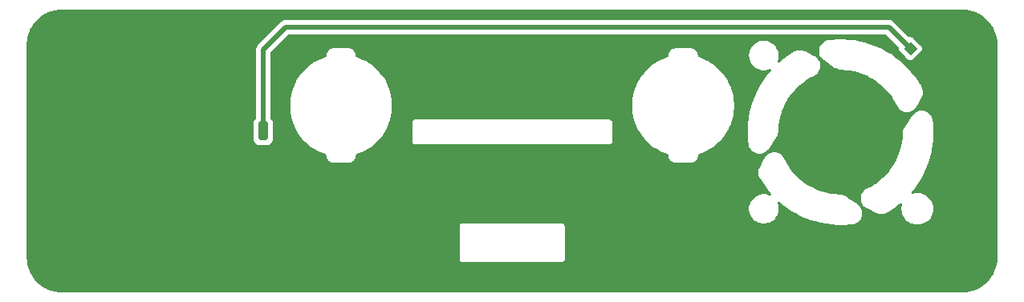
<source format=gbr>
%TF.GenerationSoftware,KiCad,Pcbnew,9.0.0*%
%TF.CreationDate,2025-05-19T23:18:48-04:00*%
%TF.ProjectId,TS_Back_Endcap,54535f42-6163-46b5-9f45-6e646361702e,rev?*%
%TF.SameCoordinates,Original*%
%TF.FileFunction,Copper,L2,Bot*%
%TF.FilePolarity,Positive*%
%FSLAX46Y46*%
G04 Gerber Fmt 4.6, Leading zero omitted, Abs format (unit mm)*
G04 Created by KiCad (PCBNEW 9.0.0) date 2025-05-19 23:18:48*
%MOMM*%
%LPD*%
G01*
G04 APERTURE LIST*
G04 Aperture macros list*
%AMRoundRect*
0 Rectangle with rounded corners*
0 $1 Rounding radius*
0 $2 $3 $4 $5 $6 $7 $8 $9 X,Y pos of 4 corners*
0 Add a 4 corners polygon primitive as box body*
4,1,4,$2,$3,$4,$5,$6,$7,$8,$9,$2,$3,0*
0 Add four circle primitives for the rounded corners*
1,1,$1+$1,$2,$3*
1,1,$1+$1,$4,$5*
1,1,$1+$1,$6,$7*
1,1,$1+$1,$8,$9*
0 Add four rect primitives between the rounded corners*
20,1,$1+$1,$2,$3,$4,$5,0*
20,1,$1+$1,$4,$5,$6,$7,0*
20,1,$1+$1,$6,$7,$8,$9,0*
20,1,$1+$1,$8,$9,$2,$3,0*%
%AMRotRect*
0 Rectangle, with rotation*
0 The origin of the aperture is its center*
0 $1 length*
0 $2 width*
0 $3 Rotation angle, in degrees counterclockwise*
0 Add horizontal line*
21,1,$1,$2,0,0,$3*%
G04 Aperture macros list end*
%TA.AperFunction,ComponentPad*%
%ADD10C,5.250000*%
%TD*%
%TA.AperFunction,ComponentPad*%
%ADD11R,8.000000X8.000000*%
%TD*%
%TA.AperFunction,SMDPad,CuDef*%
%ADD12RotRect,1.000000X1.000000X225.000000*%
%TD*%
%TA.AperFunction,SMDPad,CuDef*%
%ADD13RoundRect,0.150000X0.350000X0.850000X-0.350000X0.850000X-0.350000X-0.850000X0.350000X-0.850000X0*%
%TD*%
%TA.AperFunction,ViaPad*%
%ADD14C,0.508000*%
%TD*%
%TA.AperFunction,Conductor*%
%ADD15C,0.500000*%
%TD*%
G04 APERTURE END LIST*
D10*
%TO.P,H1,1,1*%
%TO.N,GND*%
X104000000Y-116000000D03*
%TD*%
D11*
%TO.P,H5,1,1*%
%TO.N,GND*%
X115160000Y-99375000D03*
%TD*%
D10*
%TO.P,H4,1,1*%
%TO.N,GND*%
X104000000Y-93500000D03*
%TD*%
%TO.P,H3,1,1*%
%TO.N,GND*%
X199000000Y-93500000D03*
%TD*%
%TO.P,H2,1,1*%
%TO.N,GND*%
X199000000Y-116000000D03*
%TD*%
D12*
%TO.P,TP3,1,1*%
%TO.N,GND*%
X194967107Y-95359643D03*
%TD*%
D13*
%TO.P,TP1,1*%
%TO.N,/VUSB*%
X125260000Y-102625000D03*
%TO.P,TP1,2*%
%TO.N,GND*%
X123260000Y-102625000D03*
%TD*%
D12*
%TO.P,TP2,1,1*%
%TO.N,/VUSB*%
X193532107Y-93929643D03*
%TD*%
D14*
%TO.N,GND*%
X133500000Y-119000000D03*
X131500000Y-90500000D03*
X202000000Y-106750000D03*
X117376780Y-101591780D03*
X107500000Y-90500000D03*
X202000000Y-96750000D03*
X191500000Y-119000000D03*
X171500000Y-90500000D03*
X101625000Y-116000000D03*
X155500000Y-90500000D03*
X171663560Y-105568549D03*
X137500000Y-90500000D03*
X101000000Y-102750000D03*
X101000000Y-104750000D03*
X129500000Y-119000000D03*
X127500000Y-90500000D03*
X113500000Y-90500000D03*
X202000000Y-102750000D03*
X197325000Y-95175000D03*
X187500000Y-90500000D03*
X115500000Y-90500000D03*
X101000000Y-100750000D03*
X139500000Y-119000000D03*
X173500000Y-90500000D03*
X199000000Y-91125000D03*
X200675000Y-91825000D03*
X175500000Y-119000000D03*
X185500000Y-119000000D03*
X157660000Y-114430000D03*
X106375000Y-116000000D03*
X196625000Y-116000000D03*
X111500000Y-90500000D03*
X139535000Y-99946574D03*
X173500000Y-119000000D03*
X102325000Y-91825000D03*
X193500000Y-90500000D03*
X123500000Y-119000000D03*
X183500000Y-119000000D03*
X151510000Y-111780000D03*
X195500000Y-90500000D03*
X177500000Y-90500000D03*
X167500000Y-90500000D03*
X145500000Y-119000000D03*
X121500000Y-90500000D03*
X121500000Y-119000000D03*
X151510000Y-99950000D03*
X167456450Y-105568549D03*
X133500000Y-90500000D03*
X117500000Y-119000000D03*
X181500000Y-119000000D03*
X167456454Y-94341443D03*
X127500000Y-119000000D03*
X139500000Y-90500000D03*
X167500000Y-119000000D03*
X123500000Y-90500000D03*
X113500000Y-119000000D03*
X104000000Y-95875000D03*
X101000000Y-106750000D03*
X112025000Y-99375000D03*
X159500000Y-119000000D03*
X149500000Y-119000000D03*
X105675000Y-95175000D03*
X117500000Y-90500000D03*
X197325000Y-114325000D03*
X107500000Y-119000000D03*
X169500000Y-119000000D03*
X135500000Y-90500000D03*
X149500000Y-90500000D03*
X141500000Y-119000000D03*
X135563553Y-94341440D03*
X197325000Y-91825000D03*
X161500000Y-90500000D03*
X159500000Y-90500000D03*
X199000000Y-113625000D03*
X185500000Y-90500000D03*
X163500000Y-119000000D03*
X202000000Y-110750000D03*
X195500000Y-119000000D03*
X102325000Y-114325000D03*
X161500000Y-119000000D03*
X101000000Y-98750000D03*
X105675000Y-117675000D03*
X202000000Y-108750000D03*
X112943220Y-101591780D03*
X157500000Y-119000000D03*
X184725000Y-96075000D03*
X102325000Y-117675000D03*
X202000000Y-104750000D03*
X165500000Y-119000000D03*
X175635000Y-99946574D03*
X153500000Y-119000000D03*
X129500000Y-90500000D03*
X189500000Y-90500000D03*
X197325000Y-117675000D03*
X200675000Y-114325000D03*
X202000000Y-112750000D03*
X101625000Y-93500000D03*
X119500000Y-119000000D03*
X102325000Y-95175000D03*
X105675000Y-91825000D03*
X115500000Y-119000000D03*
X109500000Y-119000000D03*
X135500000Y-119000000D03*
X151500000Y-119000000D03*
X199000000Y-95875000D03*
X101000000Y-96750000D03*
X109500000Y-90500000D03*
X131356450Y-105568549D03*
X112943220Y-97158220D03*
X147500000Y-119000000D03*
X202000000Y-98750000D03*
X157660000Y-105625000D03*
X135563560Y-105568549D03*
X187500000Y-119000000D03*
X200675000Y-95175000D03*
X171663553Y-94341440D03*
X131500000Y-119000000D03*
X151500000Y-90500000D03*
X187595000Y-109414223D03*
X192819223Y-101299223D03*
X147500000Y-90500000D03*
X111500000Y-119000000D03*
X155500000Y-119000000D03*
X141500000Y-90500000D03*
X125500000Y-119000000D03*
X191500000Y-90500000D03*
X179500000Y-90500000D03*
X127385008Y-99955003D03*
X196625000Y-93500000D03*
X193500000Y-119000000D03*
X181500000Y-90500000D03*
X202000000Y-100750000D03*
X137500000Y-119000000D03*
X153500000Y-90500000D03*
X163500000Y-90500000D03*
X175500000Y-90500000D03*
X119500000Y-90500000D03*
X104000000Y-91125000D03*
X106375000Y-93500000D03*
X201375000Y-93500000D03*
X101000000Y-108750000D03*
X105675000Y-114325000D03*
X199000000Y-118375000D03*
X177500000Y-105568549D03*
X115160000Y-102510000D03*
X189500000Y-119000000D03*
X163485008Y-99955003D03*
X145360000Y-114430000D03*
X101000000Y-110750000D03*
X117376780Y-97158220D03*
X131356454Y-94341443D03*
X177500000Y-119000000D03*
X165500000Y-90500000D03*
X145360000Y-105568549D03*
X201375000Y-116000000D03*
X171500000Y-119000000D03*
X118295000Y-99375000D03*
X157500000Y-90500000D03*
X143500000Y-90500000D03*
X125260000Y-105568549D03*
X101000000Y-112750000D03*
X104000000Y-118375000D03*
X115160000Y-96240000D03*
X104000000Y-113625000D03*
X143500000Y-119000000D03*
X125500000Y-90500000D03*
X179500000Y-119000000D03*
X169500000Y-90500000D03*
X200675000Y-117675000D03*
X183500000Y-90500000D03*
X145500000Y-90500000D03*
%TD*%
D15*
%TO.N,/VUSB*%
X127650000Y-91650000D02*
X125260000Y-94040000D01*
X125260000Y-94040000D02*
X125260000Y-102625000D01*
X191252464Y-91650000D02*
X193532107Y-93929643D01*
X127650000Y-91650000D02*
X191252464Y-91650000D01*
%TD*%
%TA.AperFunction,Conductor*%
%TO.N,GND*%
G36*
X199003032Y-89800648D02*
G01*
X199356532Y-89818015D01*
X199368640Y-89819208D01*
X199477576Y-89835367D01*
X199715717Y-89870692D01*
X199727635Y-89873062D01*
X200068008Y-89958321D01*
X200079646Y-89961852D01*
X200409996Y-90080054D01*
X200421237Y-90084710D01*
X200646857Y-90191419D01*
X200738433Y-90234731D01*
X200749150Y-90240459D01*
X201050102Y-90420843D01*
X201060220Y-90427603D01*
X201342049Y-90636622D01*
X201351455Y-90644342D01*
X201611436Y-90879974D01*
X201620025Y-90888563D01*
X201814919Y-91103596D01*
X201855657Y-91148544D01*
X201863377Y-91157950D01*
X202072396Y-91439779D01*
X202079156Y-91449897D01*
X202259533Y-91750837D01*
X202265270Y-91761570D01*
X202415289Y-92078762D01*
X202419945Y-92090003D01*
X202538147Y-92420353D01*
X202541680Y-92431998D01*
X202626934Y-92772351D01*
X202629308Y-92784287D01*
X202680791Y-93131359D01*
X202681984Y-93143468D01*
X202699351Y-93496966D01*
X202699500Y-93503051D01*
X202699500Y-115996948D01*
X202699351Y-116003033D01*
X202681984Y-116356531D01*
X202680791Y-116368640D01*
X202629308Y-116715712D01*
X202626934Y-116727648D01*
X202541680Y-117068001D01*
X202538147Y-117079646D01*
X202419945Y-117409996D01*
X202415289Y-117421237D01*
X202265270Y-117738429D01*
X202259533Y-117749162D01*
X202079156Y-118050102D01*
X202072396Y-118060220D01*
X201863377Y-118342049D01*
X201855657Y-118351455D01*
X201620033Y-118611428D01*
X201611428Y-118620033D01*
X201351455Y-118855657D01*
X201342049Y-118863377D01*
X201060220Y-119072396D01*
X201050102Y-119079156D01*
X200749162Y-119259533D01*
X200738429Y-119265270D01*
X200421237Y-119415289D01*
X200409996Y-119419945D01*
X200079646Y-119538147D01*
X200068001Y-119541680D01*
X199727648Y-119626934D01*
X199715712Y-119629308D01*
X199368640Y-119680791D01*
X199356531Y-119681984D01*
X199023016Y-119698369D01*
X199003031Y-119699351D01*
X198996949Y-119699500D01*
X104003051Y-119699500D01*
X103996968Y-119699351D01*
X103975811Y-119698311D01*
X103643468Y-119681984D01*
X103631359Y-119680791D01*
X103284287Y-119629308D01*
X103272351Y-119626934D01*
X102931998Y-119541680D01*
X102920353Y-119538147D01*
X102590003Y-119419945D01*
X102578762Y-119415289D01*
X102261570Y-119265270D01*
X102250842Y-119259535D01*
X101949897Y-119079156D01*
X101939779Y-119072396D01*
X101657950Y-118863377D01*
X101648544Y-118855657D01*
X101532295Y-118750296D01*
X101388563Y-118620025D01*
X101379974Y-118611436D01*
X101144342Y-118351455D01*
X101136622Y-118342049D01*
X100927603Y-118060220D01*
X100920843Y-118050102D01*
X100740459Y-117749150D01*
X100734729Y-117738429D01*
X100584710Y-117421237D01*
X100580054Y-117409996D01*
X100461852Y-117079646D01*
X100458319Y-117068001D01*
X100373062Y-116727635D01*
X100370691Y-116715712D01*
X100319208Y-116368640D01*
X100318015Y-116356530D01*
X100300649Y-116003032D01*
X100300500Y-115996948D01*
X100300500Y-112640438D01*
X145959500Y-112640438D01*
X145959500Y-116219562D01*
X145973152Y-116270513D01*
X145979979Y-116295990D01*
X145979982Y-116295995D01*
X146019535Y-116364504D01*
X146019539Y-116364509D01*
X146019540Y-116364511D01*
X146075489Y-116420460D01*
X146075491Y-116420461D01*
X146075495Y-116420464D01*
X146144004Y-116460017D01*
X146144011Y-116460021D01*
X146220438Y-116480500D01*
X146220440Y-116480500D01*
X156799560Y-116480500D01*
X156799562Y-116480500D01*
X156875989Y-116460021D01*
X156944511Y-116420460D01*
X157000460Y-116364511D01*
X157040021Y-116295989D01*
X157060500Y-116219562D01*
X157060500Y-112640438D01*
X157040021Y-112564011D01*
X157020674Y-112530500D01*
X157000464Y-112495495D01*
X157000458Y-112495487D01*
X156944512Y-112439541D01*
X156944504Y-112439535D01*
X156875995Y-112399982D01*
X156875990Y-112399979D01*
X156850513Y-112393152D01*
X156799562Y-112379500D01*
X146299562Y-112379500D01*
X146220438Y-112379500D01*
X146182224Y-112389739D01*
X146144009Y-112399979D01*
X146144004Y-112399982D01*
X146075495Y-112439535D01*
X146075487Y-112439541D01*
X146019541Y-112495487D01*
X146019535Y-112495495D01*
X145979982Y-112564004D01*
X145979979Y-112564009D01*
X145966326Y-112614962D01*
X145959500Y-112640438D01*
X100300500Y-112640438D01*
X100300500Y-110732973D01*
X176509500Y-110732973D01*
X176509500Y-110761933D01*
X176509500Y-110977027D01*
X176547679Y-111218076D01*
X176623096Y-111450185D01*
X176698230Y-111597645D01*
X176733896Y-111667642D01*
X176877339Y-111865076D01*
X176877343Y-111865081D01*
X177049918Y-112037656D01*
X177049923Y-112037660D01*
X177159692Y-112117411D01*
X177247361Y-112181106D01*
X177464815Y-112291904D01*
X177696924Y-112367321D01*
X177937973Y-112405500D01*
X177937974Y-112405500D01*
X178182026Y-112405500D01*
X178182027Y-112405500D01*
X178423076Y-112367321D01*
X178655185Y-112291904D01*
X178872639Y-112181106D01*
X179070083Y-112037655D01*
X179242655Y-111865083D01*
X179386106Y-111667639D01*
X179496904Y-111450185D01*
X179572321Y-111218076D01*
X179610500Y-110977027D01*
X179610500Y-110732973D01*
X179572321Y-110491924D01*
X179496904Y-110259815D01*
X179496902Y-110259813D01*
X179495564Y-110255692D01*
X179493569Y-110185851D01*
X179529649Y-110126018D01*
X179592350Y-110095190D01*
X179661764Y-110103155D01*
X179697306Y-110125987D01*
X179731306Y-110157168D01*
X179760508Y-110183949D01*
X180234563Y-110567297D01*
X180601073Y-110827742D01*
X180731529Y-110920445D01*
X180822661Y-110977026D01*
X181249476Y-111242022D01*
X181249478Y-111242023D01*
X181249477Y-111242023D01*
X181432674Y-111340548D01*
X181786409Y-111530790D01*
X182340250Y-111785631D01*
X182908858Y-112005560D01*
X182908867Y-112005562D01*
X182908870Y-112005564D01*
X183010141Y-112037655D01*
X183490036Y-112189727D01*
X184081535Y-112337420D01*
X184681069Y-112448067D01*
X185286321Y-112521242D01*
X185894950Y-112556660D01*
X186504604Y-112554186D01*
X187112926Y-112513828D01*
X187384908Y-112478700D01*
X187385036Y-112478684D01*
X187415231Y-112474815D01*
X187415232Y-112474816D01*
X187515145Y-112462017D01*
X187707545Y-112402291D01*
X187886828Y-112310407D01*
X188047664Y-112189095D01*
X188185274Y-112041960D01*
X188295567Y-111873377D01*
X188375265Y-111688355D01*
X188422000Y-111492393D01*
X188434383Y-111291317D01*
X188422250Y-111182573D01*
X188412045Y-111091105D01*
X188412044Y-111091104D01*
X188412044Y-111091102D01*
X188355649Y-110897700D01*
X188335716Y-110857096D01*
X188301038Y-110786453D01*
X188266873Y-110716857D01*
X188166852Y-110579375D01*
X188148359Y-110553955D01*
X188148357Y-110553952D01*
X188120958Y-110527425D01*
X188003619Y-110413821D01*
X187920237Y-110357308D01*
X187861803Y-110317615D01*
X187167523Y-109846007D01*
X187011620Y-109740106D01*
X188283233Y-109740106D01*
X188283233Y-109740113D01*
X188297175Y-109939823D01*
X188345004Y-110134222D01*
X188345007Y-110134231D01*
X188425321Y-110317610D01*
X188425323Y-110317614D01*
X188535768Y-110484596D01*
X188535771Y-110484599D01*
X188673097Y-110630272D01*
X188833281Y-110750367D01*
X188833282Y-110750368D01*
X188879772Y-110774137D01*
X188879777Y-110774139D01*
X188882603Y-110775584D01*
X188887114Y-110777890D01*
X188887254Y-110778017D01*
X188920604Y-110795017D01*
X188920610Y-110795020D01*
X188920611Y-110795021D01*
X188934183Y-110801945D01*
X188964803Y-110817567D01*
X188973630Y-110822070D01*
X188973863Y-110822166D01*
X189940411Y-111314869D01*
X189940415Y-111314869D01*
X189947735Y-111318601D01*
X189948023Y-111318724D01*
X189990780Y-111340547D01*
X190174165Y-111398639D01*
X190364599Y-111425834D01*
X190556914Y-111421394D01*
X190745891Y-111385441D01*
X190926400Y-111318948D01*
X191008680Y-111272048D01*
X191008680Y-111272049D01*
X191008695Y-111272039D01*
X191009914Y-111271346D01*
X191009913Y-111271345D01*
X191009962Y-111271318D01*
X191013598Y-111269246D01*
X191274803Y-111120499D01*
X191784805Y-110786460D01*
X192273062Y-110421372D01*
X192447259Y-110273380D01*
X192511095Y-110244978D01*
X192580153Y-110255596D01*
X192632508Y-110301864D01*
X192651537Y-110369092D01*
X192647318Y-110399975D01*
X192613167Y-110527426D01*
X192584501Y-110745171D01*
X192584500Y-110745188D01*
X192584500Y-110964811D01*
X192584501Y-110964828D01*
X192613167Y-111182573D01*
X192670014Y-111394729D01*
X192746016Y-111578214D01*
X192754065Y-111597645D01*
X192863884Y-111787855D01*
X192863889Y-111787861D01*
X192863890Y-111787863D01*
X192997588Y-111962102D01*
X192997594Y-111962109D01*
X193152890Y-112117405D01*
X193152896Y-112117410D01*
X193327145Y-112251116D01*
X193517355Y-112360935D01*
X193562175Y-112379500D01*
X193720270Y-112444985D01*
X193720271Y-112444985D01*
X193720273Y-112444986D01*
X193932425Y-112501832D01*
X194150182Y-112530500D01*
X194150189Y-112530500D01*
X194369811Y-112530500D01*
X194369818Y-112530500D01*
X194587575Y-112501832D01*
X194799727Y-112444986D01*
X195002645Y-112360935D01*
X195192855Y-112251116D01*
X195367104Y-112117410D01*
X195522410Y-111962104D01*
X195656116Y-111787855D01*
X195765935Y-111597645D01*
X195849986Y-111394727D01*
X195906832Y-111182575D01*
X195935500Y-110964818D01*
X195935500Y-110745182D01*
X195906832Y-110527425D01*
X195849986Y-110315273D01*
X195840998Y-110293575D01*
X195774995Y-110134228D01*
X195765935Y-110112355D01*
X195656116Y-109922145D01*
X195597693Y-109846007D01*
X195522411Y-109747897D01*
X195522405Y-109747890D01*
X195367109Y-109592594D01*
X195367102Y-109592588D01*
X195192863Y-109458890D01*
X195192861Y-109458889D01*
X195192855Y-109458884D01*
X195002645Y-109349065D01*
X195002641Y-109349063D01*
X194799729Y-109265014D01*
X194587573Y-109208167D01*
X194369828Y-109179501D01*
X194369823Y-109179500D01*
X194369818Y-109179500D01*
X194150182Y-109179500D01*
X194150176Y-109179500D01*
X194150171Y-109179501D01*
X193932426Y-109208167D01*
X193806727Y-109241848D01*
X193736877Y-109240185D01*
X193679015Y-109201022D01*
X193651511Y-109136793D01*
X193663098Y-109067891D01*
X193678211Y-109044107D01*
X193972297Y-108680437D01*
X194325443Y-108183474D01*
X194647022Y-107665524D01*
X194935790Y-107128591D01*
X195190631Y-106574750D01*
X195410560Y-106006142D01*
X195594727Y-105424964D01*
X195742420Y-104833465D01*
X195782485Y-104616378D01*
X195853065Y-104233941D01*
X195853067Y-104233931D01*
X195926242Y-103628679D01*
X195961660Y-103020050D01*
X195959186Y-102410396D01*
X195918828Y-101802074D01*
X195918826Y-101802064D01*
X195918826Y-101802053D01*
X195883677Y-101529913D01*
X195883660Y-101529784D01*
X195879815Y-101499768D01*
X195879816Y-101499768D01*
X195867017Y-101399855D01*
X195858722Y-101373135D01*
X195807293Y-101207461D01*
X195807292Y-101207459D01*
X195807291Y-101207455D01*
X195752766Y-101101066D01*
X195715408Y-101028173D01*
X195715403Y-101028167D01*
X195690027Y-100994523D01*
X195594095Y-100867336D01*
X195446960Y-100729726D01*
X195278377Y-100619433D01*
X195278372Y-100619430D01*
X195093360Y-100539737D01*
X195093357Y-100539736D01*
X195093355Y-100539735D01*
X195093353Y-100539734D01*
X195093349Y-100539733D01*
X194897397Y-100493001D01*
X194897393Y-100493000D01*
X194696317Y-100480617D01*
X194696316Y-100480617D01*
X194696313Y-100480617D01*
X194496105Y-100502954D01*
X194496104Y-100502955D01*
X194302697Y-100559351D01*
X194121858Y-100648126D01*
X194121851Y-100648130D01*
X193958955Y-100766640D01*
X193958946Y-100766648D01*
X193818826Y-100911373D01*
X193818821Y-100911379D01*
X193762470Y-100994523D01*
X193762398Y-100994629D01*
X192964871Y-102168713D01*
X192964793Y-102168828D01*
X192963997Y-102169997D01*
X192963981Y-102170009D01*
X192887108Y-102283118D01*
X192835702Y-102389240D01*
X192816182Y-102429542D01*
X192813111Y-102435881D01*
X192762052Y-102597755D01*
X192762051Y-102597759D01*
X192735011Y-102765323D01*
X192735010Y-102765330D01*
X192733842Y-102847881D01*
X192733688Y-102852535D01*
X192708747Y-103334394D01*
X192707927Y-103343589D01*
X192647491Y-103820016D01*
X192645989Y-103829125D01*
X192550274Y-104299727D01*
X192548099Y-104308699D01*
X192417634Y-104770890D01*
X192414797Y-104779675D01*
X192250308Y-105230871D01*
X192246825Y-105239421D01*
X192049226Y-105677124D01*
X192045117Y-105685391D01*
X191815498Y-106107183D01*
X191810785Y-106115122D01*
X191550413Y-106518673D01*
X191545123Y-106526238D01*
X191255473Y-106909268D01*
X191249634Y-106916420D01*
X190932260Y-107276872D01*
X190925905Y-107283569D01*
X190582606Y-107619396D01*
X190575771Y-107625601D01*
X190208442Y-107934952D01*
X190201164Y-107940632D01*
X189811838Y-108221797D01*
X189804158Y-108226920D01*
X189394982Y-108478345D01*
X189386942Y-108482882D01*
X188958127Y-108704236D01*
X188954249Y-108706152D01*
X188953731Y-108706396D01*
X188913020Y-108725527D01*
X188912766Y-108725764D01*
X188903780Y-108730013D01*
X188903750Y-108730017D01*
X188903650Y-108730075D01*
X188865492Y-108748060D01*
X188783508Y-108805502D01*
X188701527Y-108862942D01*
X188701525Y-108862944D01*
X188559582Y-109004125D01*
X188559582Y-109004126D01*
X188443824Y-109167470D01*
X188443821Y-109167474D01*
X188357653Y-109348170D01*
X188357651Y-109348175D01*
X188303590Y-109540942D01*
X188283233Y-109740106D01*
X187011620Y-109740106D01*
X186749135Y-109561806D01*
X186749120Y-109561796D01*
X186748267Y-109561216D01*
X186745088Y-109559056D01*
X186745073Y-109559037D01*
X186631881Y-109482108D01*
X186575608Y-109454850D01*
X186479122Y-109408112D01*
X186365921Y-109372406D01*
X186317244Y-109357052D01*
X186317240Y-109357051D01*
X186149676Y-109330011D01*
X186149669Y-109330010D01*
X186081536Y-109329046D01*
X186067106Y-109328841D01*
X186062464Y-109328688D01*
X185580605Y-109303747D01*
X185571410Y-109302927D01*
X185094983Y-109242491D01*
X185085874Y-109240989D01*
X184615272Y-109145274D01*
X184606300Y-109143099D01*
X184144109Y-109012634D01*
X184135324Y-109009797D01*
X183684128Y-108845308D01*
X183675578Y-108841825D01*
X183237875Y-108644226D01*
X183229608Y-108640117D01*
X182807816Y-108410498D01*
X182799877Y-108405785D01*
X182396326Y-108145413D01*
X182388768Y-108140128D01*
X182005717Y-107850462D01*
X181998579Y-107844634D01*
X181638127Y-107527260D01*
X181631430Y-107520905D01*
X181396097Y-107280336D01*
X181295600Y-107177602D01*
X181289398Y-107170771D01*
X181253876Y-107128591D01*
X180980042Y-106803436D01*
X180974367Y-106796164D01*
X180693196Y-106406829D01*
X180688085Y-106399168D01*
X180436654Y-105989982D01*
X180432117Y-105981942D01*
X180333316Y-105790541D01*
X180210753Y-105553107D01*
X180208845Y-105549246D01*
X180189473Y-105508020D01*
X180189232Y-105507764D01*
X180184959Y-105498725D01*
X180184953Y-105498691D01*
X180184895Y-105498589D01*
X180166942Y-105460497D01*
X180166939Y-105460493D01*
X180166938Y-105460490D01*
X180052058Y-105296527D01*
X179910875Y-105154583D01*
X179747531Y-105038825D01*
X179747529Y-105038824D01*
X179747525Y-105038821D01*
X179566829Y-104952653D01*
X179566824Y-104952651D01*
X179374057Y-104898590D01*
X179174893Y-104878233D01*
X179174886Y-104878233D01*
X178975176Y-104892175D01*
X178780777Y-104940004D01*
X178780768Y-104940007D01*
X178597389Y-105020321D01*
X178597384Y-105020324D01*
X178430403Y-105130768D01*
X178430400Y-105130771D01*
X178284727Y-105268097D01*
X178164634Y-105428279D01*
X178164632Y-105428282D01*
X178140807Y-105474876D01*
X178140808Y-105474877D01*
X178137107Y-105482114D01*
X178136983Y-105482254D01*
X178119063Y-105517407D01*
X178093185Y-105568129D01*
X178093085Y-105568368D01*
X177641658Y-106453945D01*
X177641587Y-106454019D01*
X177574361Y-106585800D01*
X177516302Y-106769189D01*
X177489135Y-106959619D01*
X177493593Y-107151936D01*
X177529555Y-107340894D01*
X177529557Y-107340899D01*
X177596050Y-107521397D01*
X177596051Y-107521399D01*
X177642642Y-107603138D01*
X177642659Y-107603168D01*
X177649456Y-107615100D01*
X177649464Y-107615114D01*
X177794494Y-107869792D01*
X177794499Y-107869800D01*
X177794501Y-107869803D01*
X178128540Y-108379805D01*
X178493628Y-108868062D01*
X178519396Y-108898393D01*
X178794427Y-109222128D01*
X178822830Y-109285964D01*
X178812212Y-109355022D01*
X178765944Y-109407377D01*
X178698716Y-109426406D01*
X178660163Y-109418542D01*
X178659819Y-109419602D01*
X178655186Y-109418096D01*
X178655185Y-109418096D01*
X178423076Y-109342679D01*
X178423074Y-109342678D01*
X178423072Y-109342678D01*
X178254769Y-109316021D01*
X178182027Y-109304500D01*
X177937973Y-109304500D01*
X177882093Y-109313350D01*
X177696927Y-109342678D01*
X177464812Y-109418097D01*
X177247357Y-109528896D01*
X177049923Y-109672339D01*
X177049918Y-109672343D01*
X176877343Y-109844918D01*
X176877339Y-109844923D01*
X176733896Y-110042357D01*
X176623097Y-110259812D01*
X176547678Y-110491927D01*
X176512053Y-110716857D01*
X176509500Y-110732973D01*
X100300500Y-110732973D01*
X100300500Y-101709298D01*
X124259500Y-101709298D01*
X124259500Y-103540701D01*
X124262401Y-103577567D01*
X124262402Y-103577573D01*
X124308254Y-103735393D01*
X124308255Y-103735396D01*
X124308256Y-103735398D01*
X124345681Y-103798681D01*
X124391917Y-103876862D01*
X124391923Y-103876870D01*
X124508129Y-103993076D01*
X124508133Y-103993079D01*
X124508135Y-103993081D01*
X124649602Y-104076744D01*
X124691224Y-104088836D01*
X124807426Y-104122597D01*
X124807429Y-104122597D01*
X124807431Y-104122598D01*
X124844306Y-104125500D01*
X124844314Y-104125500D01*
X125675686Y-104125500D01*
X125675694Y-104125500D01*
X125712569Y-104122598D01*
X125712571Y-104122597D01*
X125712573Y-104122597D01*
X125776480Y-104104030D01*
X125870398Y-104076744D01*
X126011865Y-103993081D01*
X126128081Y-103876865D01*
X126211744Y-103735398D01*
X126257598Y-103577569D01*
X126260500Y-103540694D01*
X126260500Y-101709306D01*
X126257598Y-101672431D01*
X126251322Y-101650830D01*
X126211745Y-101514606D01*
X126211744Y-101514603D01*
X126211744Y-101514602D01*
X126128081Y-101373135D01*
X126128079Y-101373133D01*
X126128076Y-101373129D01*
X126046819Y-101291872D01*
X126013334Y-101230549D01*
X126010500Y-101204191D01*
X126010500Y-99732808D01*
X128084494Y-99732808D01*
X128084494Y-100177191D01*
X128121165Y-100620042D01*
X128121166Y-100620048D01*
X128121167Y-100620055D01*
X128125849Y-100648130D01*
X128194264Y-101058384D01*
X128303281Y-101489172D01*
X128303282Y-101489177D01*
X128447481Y-101909505D01*
X128447484Y-101909513D01*
X128625884Y-102316517D01*
X128806831Y-102651130D01*
X128837261Y-102707402D01*
X129080177Y-103079513D01*
X129352972Y-103430307D01*
X129653787Y-103757391D01*
X129653791Y-103757395D01*
X129653795Y-103757399D01*
X129980574Y-104058539D01*
X129980580Y-104058544D01*
X130331076Y-104331674D01*
X130331082Y-104331678D01*
X130331085Y-104331680D01*
X130331089Y-104331683D01*
X130702956Y-104574972D01*
X131093631Y-104786742D01*
X131500451Y-104965549D01*
X131500458Y-104965551D01*
X131500470Y-104965556D01*
X131825855Y-105077549D01*
X131882839Y-105117979D01*
X131908918Y-105182799D01*
X131909500Y-105194798D01*
X131909500Y-105293846D01*
X131940261Y-105448489D01*
X131940264Y-105448501D01*
X132000602Y-105594172D01*
X132000609Y-105594185D01*
X132088210Y-105725288D01*
X132088213Y-105725292D01*
X132199707Y-105836786D01*
X132199711Y-105836789D01*
X132330814Y-105924390D01*
X132330827Y-105924397D01*
X132469755Y-105981942D01*
X132476503Y-105984737D01*
X132631153Y-106015499D01*
X132631156Y-106015500D01*
X132631158Y-106015500D01*
X134288844Y-106015500D01*
X134288845Y-106015499D01*
X134443497Y-105984737D01*
X134589179Y-105924394D01*
X134720289Y-105836789D01*
X134831789Y-105725289D01*
X134919394Y-105594179D01*
X134979737Y-105448497D01*
X135010500Y-105293842D01*
X135010500Y-105215000D01*
X135010500Y-105194798D01*
X135030185Y-105127759D01*
X135082989Y-105082004D01*
X135094145Y-105077549D01*
X135419529Y-104965556D01*
X135419531Y-104965554D01*
X135419549Y-104965549D01*
X135826369Y-104786742D01*
X136217044Y-104574972D01*
X136588911Y-104331683D01*
X136588923Y-104331674D01*
X136939419Y-104058544D01*
X136939425Y-104058539D01*
X136939425Y-104058538D01*
X136939430Y-104058535D01*
X137266213Y-103757391D01*
X137567028Y-103430307D01*
X137839823Y-103079513D01*
X138082739Y-102707402D01*
X138294117Y-102316514D01*
X138472515Y-101909515D01*
X138547673Y-101690437D01*
X140959500Y-101690437D01*
X140959500Y-103769562D01*
X140973019Y-103820016D01*
X140979979Y-103845990D01*
X140979982Y-103845995D01*
X141019535Y-103914504D01*
X141019539Y-103914509D01*
X141019540Y-103914511D01*
X141075489Y-103970460D01*
X141075491Y-103970461D01*
X141075495Y-103970464D01*
X141144004Y-104010017D01*
X141144011Y-104010021D01*
X141220438Y-104030500D01*
X141220440Y-104030500D01*
X161799560Y-104030500D01*
X161799562Y-104030500D01*
X161875989Y-104010021D01*
X161944511Y-103970460D01*
X162000460Y-103914511D01*
X162040021Y-103845989D01*
X162060500Y-103769562D01*
X162060500Y-103690438D01*
X162060500Y-101690437D01*
X162040021Y-101614010D01*
X162018340Y-101576457D01*
X162000464Y-101545494D01*
X162000458Y-101545486D01*
X161944512Y-101489540D01*
X161944504Y-101489534D01*
X161875995Y-101449981D01*
X161875990Y-101449978D01*
X161850513Y-101443151D01*
X161799562Y-101429499D01*
X141299562Y-101429499D01*
X141220438Y-101429499D01*
X141182224Y-101439738D01*
X141144009Y-101449978D01*
X141144004Y-101449981D01*
X141075495Y-101489534D01*
X141075487Y-101489540D01*
X141019541Y-101545486D01*
X141019535Y-101545494D01*
X140979982Y-101614003D01*
X140979979Y-101614008D01*
X140972460Y-101642071D01*
X140959500Y-101690437D01*
X138547673Y-101690437D01*
X138616716Y-101489182D01*
X138725736Y-101058382D01*
X138798833Y-100620055D01*
X138835506Y-100177190D01*
X138835506Y-99732810D01*
X138835506Y-99732808D01*
X164184494Y-99732808D01*
X164184494Y-100177191D01*
X164221165Y-100620042D01*
X164221166Y-100620048D01*
X164221167Y-100620055D01*
X164225849Y-100648130D01*
X164294264Y-101058384D01*
X164403281Y-101489172D01*
X164403282Y-101489177D01*
X164547481Y-101909505D01*
X164547484Y-101909513D01*
X164725884Y-102316517D01*
X164906831Y-102651130D01*
X164937261Y-102707402D01*
X165180177Y-103079513D01*
X165452972Y-103430307D01*
X165753787Y-103757391D01*
X165753791Y-103757395D01*
X165753795Y-103757399D01*
X166080574Y-104058539D01*
X166080580Y-104058544D01*
X166431076Y-104331674D01*
X166431082Y-104331678D01*
X166431085Y-104331680D01*
X166431089Y-104331683D01*
X166802956Y-104574972D01*
X167193631Y-104786742D01*
X167600451Y-104965549D01*
X167600458Y-104965551D01*
X167600470Y-104965556D01*
X167925855Y-105077549D01*
X167982839Y-105117979D01*
X168008918Y-105182799D01*
X168009500Y-105194798D01*
X168009500Y-105293846D01*
X168040261Y-105448489D01*
X168040264Y-105448501D01*
X168100602Y-105594172D01*
X168100609Y-105594185D01*
X168188210Y-105725288D01*
X168188213Y-105725292D01*
X168299707Y-105836786D01*
X168299711Y-105836789D01*
X168430814Y-105924390D01*
X168430827Y-105924397D01*
X168569755Y-105981942D01*
X168576503Y-105984737D01*
X168731153Y-106015499D01*
X168731156Y-106015500D01*
X168731158Y-106015500D01*
X170388844Y-106015500D01*
X170388845Y-106015499D01*
X170543497Y-105984737D01*
X170689179Y-105924394D01*
X170820289Y-105836789D01*
X170931789Y-105725289D01*
X171019394Y-105594179D01*
X171079737Y-105448497D01*
X171110500Y-105293842D01*
X171110500Y-105215000D01*
X171110500Y-105194798D01*
X171130185Y-105127759D01*
X171182989Y-105082004D01*
X171194145Y-105077549D01*
X171519529Y-104965556D01*
X171519531Y-104965554D01*
X171519549Y-104965549D01*
X171926369Y-104786742D01*
X172317044Y-104574972D01*
X172688911Y-104331683D01*
X172688923Y-104331674D01*
X173039419Y-104058544D01*
X173039425Y-104058539D01*
X173039425Y-104058538D01*
X173039430Y-104058535D01*
X173366213Y-103757391D01*
X173667028Y-103430307D01*
X173939823Y-103079513D01*
X174182739Y-102707402D01*
X174300328Y-102489953D01*
X176358339Y-102489953D01*
X176360814Y-103099612D01*
X176401172Y-103707932D01*
X176436223Y-103979314D01*
X176436239Y-103979441D01*
X176452982Y-104110140D01*
X176452985Y-104110155D01*
X176512706Y-104302538D01*
X176512709Y-104302545D01*
X176604591Y-104481826D01*
X176604593Y-104481828D01*
X176725905Y-104642664D01*
X176873040Y-104780274D01*
X177041623Y-104890567D01*
X177041625Y-104890568D01*
X177041627Y-104890569D01*
X177089609Y-104911237D01*
X177226645Y-104970265D01*
X177422607Y-105017000D01*
X177623683Y-105029383D01*
X177734685Y-105016998D01*
X177823894Y-105007045D01*
X177823894Y-105007044D01*
X177823898Y-105007044D01*
X178017300Y-104950649D01*
X178198143Y-104861873D01*
X178361049Y-104743356D01*
X178501179Y-104598619D01*
X178557692Y-104515237D01*
X178557708Y-104515247D01*
X178557782Y-104515104D01*
X178559303Y-104512865D01*
X179352345Y-103345382D01*
X179355953Y-103340076D01*
X179355969Y-103340062D01*
X179385183Y-103297076D01*
X179385184Y-103297077D01*
X179432890Y-103226884D01*
X179506888Y-103074122D01*
X179557948Y-102912243D01*
X179584989Y-102744670D01*
X179586157Y-102662112D01*
X179586311Y-102657474D01*
X179586640Y-102651130D01*
X179611252Y-102175598D01*
X179612072Y-102166410D01*
X179629313Y-102030499D01*
X179672511Y-101689959D01*
X179674005Y-101680898D01*
X179769726Y-101210265D01*
X179771900Y-101201300D01*
X179785762Y-101152192D01*
X179902371Y-100739088D01*
X179905194Y-100730346D01*
X180069699Y-100279107D01*
X180073165Y-100270599D01*
X180270783Y-99832853D01*
X180274871Y-99824629D01*
X180504504Y-99402809D01*
X180509214Y-99394877D01*
X180576909Y-99289957D01*
X180769591Y-98991318D01*
X180774858Y-98983786D01*
X181064550Y-98600700D01*
X181070354Y-98593592D01*
X181387751Y-98233114D01*
X181394081Y-98226443D01*
X181737409Y-97890587D01*
X181744211Y-97884413D01*
X182111576Y-97575031D01*
X182118815Y-97569382D01*
X182508182Y-97288187D01*
X182515819Y-97283093D01*
X182925027Y-97031647D01*
X182933046Y-97027123D01*
X183361699Y-96805853D01*
X183365537Y-96803956D01*
X183369056Y-96802291D01*
X183406980Y-96784473D01*
X183407217Y-96784249D01*
X183421488Y-96777501D01*
X183421932Y-96777292D01*
X183421992Y-96777283D01*
X183422063Y-96777230D01*
X183454510Y-96761938D01*
X183618473Y-96647058D01*
X183760417Y-96505875D01*
X183876175Y-96342531D01*
X183962349Y-96161824D01*
X184016409Y-95969058D01*
X184036767Y-95769893D01*
X184022825Y-95570177D01*
X183974994Y-95375772D01*
X183894677Y-95192386D01*
X183784232Y-95025404D01*
X183646903Y-94879728D01*
X183545444Y-94803661D01*
X183486722Y-94759635D01*
X183486583Y-94759564D01*
X183484126Y-94758308D01*
X183439848Y-94735621D01*
X183439807Y-94735582D01*
X183416173Y-94723535D01*
X183398917Y-94714738D01*
X183346792Y-94688144D01*
X183346546Y-94688042D01*
X182889650Y-94455137D01*
X182453466Y-94232790D01*
X182425792Y-94218683D01*
X183885617Y-94218683D01*
X183885617Y-94218686D01*
X183907954Y-94418894D01*
X183907955Y-94418895D01*
X183964351Y-94612302D01*
X184053126Y-94793141D01*
X184053130Y-94793148D01*
X184171640Y-94956044D01*
X184171642Y-94956047D01*
X184171643Y-94956048D01*
X184171644Y-94956049D01*
X184316381Y-95096179D01*
X184356335Y-95123258D01*
X184399629Y-95152601D01*
X184399736Y-95152674D01*
X184728179Y-95375777D01*
X185571445Y-95948587D01*
X185574951Y-95950972D01*
X185574963Y-95950986D01*
X185617923Y-95980183D01*
X185617923Y-95980184D01*
X185688116Y-96027890D01*
X185840878Y-96101888D01*
X186002757Y-96152948D01*
X186170330Y-96179989D01*
X186251941Y-96181143D01*
X186252864Y-96181157D01*
X186257518Y-96181311D01*
X186355879Y-96186402D01*
X186739396Y-96206252D01*
X186748585Y-96207071D01*
X187225035Y-96267511D01*
X187234105Y-96269006D01*
X187659429Y-96355512D01*
X187704727Y-96364725D01*
X187713698Y-96366899D01*
X188175903Y-96497369D01*
X188184661Y-96500197D01*
X188635883Y-96664696D01*
X188644409Y-96668169D01*
X189082135Y-96865778D01*
X189090380Y-96869876D01*
X189275110Y-96970441D01*
X189512183Y-97099501D01*
X189520122Y-97104214D01*
X189923673Y-97364586D01*
X189931226Y-97369867D01*
X190314285Y-97659540D01*
X190321420Y-97665365D01*
X190681872Y-97982739D01*
X190688569Y-97989094D01*
X190946841Y-98253113D01*
X191024396Y-98332393D01*
X191030599Y-98339226D01*
X191066133Y-98381420D01*
X191339952Y-98706557D01*
X191345630Y-98713832D01*
X191606719Y-99075360D01*
X191626797Y-99103161D01*
X191631920Y-99110841D01*
X191883345Y-99520017D01*
X191887882Y-99528057D01*
X192109232Y-99956865D01*
X192111147Y-99960739D01*
X192111347Y-99961164D01*
X192130527Y-100001980D01*
X192130769Y-100002238D01*
X192135022Y-100011233D01*
X192135026Y-100011263D01*
X192135079Y-100011355D01*
X192153078Y-100049530D01*
X192153079Y-100049532D01*
X192177960Y-100085036D01*
X192267967Y-100213475D01*
X192409153Y-100355401D01*
X192572495Y-100471144D01*
X192753196Y-100557306D01*
X192945953Y-100611358D01*
X193145107Y-100631713D01*
X193344813Y-100617774D01*
X193539209Y-100569949D01*
X193722587Y-100489644D01*
X193889567Y-100379214D01*
X194035245Y-100241902D01*
X194155346Y-100081738D01*
X194182880Y-100027897D01*
X194183017Y-100027746D01*
X194200923Y-99992620D01*
X194222557Y-99950227D01*
X194222557Y-99950224D01*
X194226917Y-99941682D01*
X194227040Y-99941383D01*
X194719869Y-98974589D01*
X194719869Y-98974585D01*
X194723630Y-98967209D01*
X194723751Y-98966923D01*
X194745547Y-98924220D01*
X194803639Y-98740835D01*
X194830834Y-98550401D01*
X194826394Y-98358086D01*
X194790441Y-98169109D01*
X194723948Y-97988600D01*
X194677048Y-97906319D01*
X194676346Y-97905086D01*
X194676345Y-97905086D01*
X194676318Y-97905038D01*
X194659807Y-97876046D01*
X194659806Y-97876044D01*
X194659805Y-97876043D01*
X194658591Y-97873912D01*
X194567808Y-97714492D01*
X194525501Y-97640200D01*
X194348445Y-97369876D01*
X194191460Y-97130195D01*
X193826372Y-96641938D01*
X193599211Y-96374551D01*
X193431655Y-96177323D01*
X193008810Y-95738121D01*
X193008806Y-95738117D01*
X192559500Y-95326058D01*
X192559492Y-95326051D01*
X192484072Y-95265062D01*
X192085437Y-94942703D01*
X191765286Y-94715201D01*
X191588470Y-94589554D01*
X191070521Y-94267976D01*
X191070522Y-94267976D01*
X190533604Y-93979217D01*
X190533591Y-93979210D01*
X190116269Y-93787186D01*
X189979755Y-93724371D01*
X189938150Y-93708279D01*
X189411142Y-93504440D01*
X189411141Y-93504439D01*
X189411129Y-93504435D01*
X188936393Y-93353999D01*
X188829964Y-93320273D01*
X188753482Y-93301176D01*
X188238463Y-93172579D01*
X187638941Y-93061934D01*
X187033672Y-92988757D01*
X186425043Y-92953339D01*
X185815387Y-92955814D01*
X185207067Y-92996172D01*
X185207064Y-92996173D01*
X184934028Y-93031436D01*
X184933901Y-93031452D01*
X184804858Y-93047982D01*
X184804844Y-93047985D01*
X184612461Y-93107706D01*
X184612454Y-93107709D01*
X184433173Y-93199591D01*
X184433167Y-93199596D01*
X184272338Y-93320903D01*
X184134725Y-93468041D01*
X184024433Y-93636622D01*
X184024430Y-93636627D01*
X183944737Y-93821639D01*
X183944733Y-93821650D01*
X183905709Y-93985282D01*
X183898000Y-94017607D01*
X183887318Y-94191056D01*
X183885617Y-94218683D01*
X182425792Y-94218683D01*
X182372476Y-94191505D01*
X182372176Y-94191376D01*
X182329222Y-94169453D01*
X182145842Y-94111363D01*
X182145840Y-94111362D01*
X182145835Y-94111361D01*
X181955401Y-94084166D01*
X181955400Y-94084166D01*
X181763089Y-94088605D01*
X181763083Y-94088606D01*
X181574113Y-94124558D01*
X181574111Y-94124558D01*
X181574109Y-94124559D01*
X181393600Y-94191052D01*
X181393595Y-94191054D01*
X181393592Y-94191056D01*
X181345123Y-94218683D01*
X181311319Y-94237951D01*
X181311312Y-94237955D01*
X181311311Y-94237955D01*
X181309539Y-94238965D01*
X181309464Y-94239007D01*
X181309465Y-94239008D01*
X181306403Y-94240752D01*
X181045207Y-94389494D01*
X180825189Y-94533601D01*
X180547865Y-94715242D01*
X180535203Y-94723535D01*
X180535186Y-94723546D01*
X180224245Y-94956049D01*
X180063946Y-95075911D01*
X180046933Y-95088632D01*
X179692871Y-95389427D01*
X179629035Y-95417830D01*
X179559977Y-95407212D01*
X179507622Y-95360944D01*
X179488593Y-95293715D01*
X179496466Y-95255166D01*
X179495398Y-95254819D01*
X179496904Y-95250185D01*
X179572321Y-95018076D01*
X179610500Y-94777027D01*
X179610500Y-94532973D01*
X179572321Y-94291924D01*
X179496904Y-94059815D01*
X179386106Y-93842361D01*
X179346017Y-93787183D01*
X179242660Y-93644923D01*
X179242656Y-93644918D01*
X179070081Y-93472343D01*
X179070076Y-93472339D01*
X178872642Y-93328896D01*
X178872641Y-93328895D01*
X178872639Y-93328894D01*
X178655185Y-93218096D01*
X178423076Y-93142679D01*
X178423074Y-93142678D01*
X178423072Y-93142678D01*
X178254769Y-93116021D01*
X178182027Y-93104500D01*
X177937973Y-93104500D01*
X177882093Y-93113350D01*
X177696927Y-93142678D01*
X177464812Y-93218097D01*
X177247357Y-93328896D01*
X177049923Y-93472339D01*
X177049918Y-93472343D01*
X176877343Y-93644918D01*
X176877339Y-93644923D01*
X176733896Y-93842357D01*
X176623097Y-94059812D01*
X176547678Y-94291927D01*
X176527568Y-94418895D01*
X176509500Y-94532973D01*
X176509500Y-94561933D01*
X176509500Y-94777027D01*
X176517573Y-94827995D01*
X176535740Y-94942701D01*
X176547679Y-95018076D01*
X176623096Y-95250185D01*
X176724424Y-95449054D01*
X176733896Y-95467642D01*
X176877339Y-95665076D01*
X176877343Y-95665081D01*
X177049918Y-95837656D01*
X177049923Y-95837660D01*
X177222136Y-95962779D01*
X177247361Y-95981106D01*
X177464815Y-96091904D01*
X177696924Y-96167321D01*
X177937973Y-96205500D01*
X177937974Y-96205500D01*
X178182026Y-96205500D01*
X178182027Y-96205500D01*
X178423076Y-96167321D01*
X178655185Y-96091904D01*
X178655188Y-96091902D01*
X178659307Y-96090564D01*
X178729148Y-96088569D01*
X178788981Y-96124649D01*
X178819809Y-96187350D01*
X178811844Y-96256764D01*
X178789013Y-96292306D01*
X178731047Y-96355512D01*
X178347701Y-96829565D01*
X177994554Y-97326529D01*
X177672976Y-97844478D01*
X177384217Y-98381395D01*
X177384205Y-98381420D01*
X177129371Y-98935244D01*
X176909435Y-99503870D01*
X176725277Y-100085023D01*
X176725267Y-100085059D01*
X176577579Y-100676536D01*
X176466934Y-101276058D01*
X176393757Y-101881327D01*
X176358339Y-102489953D01*
X174300328Y-102489953D01*
X174329568Y-102435881D01*
X174332996Y-102429542D01*
X174394115Y-102316517D01*
X174394117Y-102316514D01*
X174572515Y-101909515D01*
X174716716Y-101489182D01*
X174825736Y-101058382D01*
X174898833Y-100620055D01*
X174935506Y-100177190D01*
X174935506Y-99732810D01*
X174898833Y-99289945D01*
X174825736Y-98851618D01*
X174716716Y-98420818D01*
X174572515Y-98000485D01*
X174394117Y-97593486D01*
X174182739Y-97202598D01*
X173939823Y-96830487D01*
X173667028Y-96479693D01*
X173366213Y-96152609D01*
X173366207Y-96152604D01*
X173366204Y-96152600D01*
X173039425Y-95851460D01*
X173039419Y-95851455D01*
X172688923Y-95578325D01*
X172688917Y-95578321D01*
X172356657Y-95360944D01*
X172317044Y-95335028D01*
X171926369Y-95123258D01*
X171879348Y-95102591D01*
X171519555Y-94944453D01*
X171519536Y-94944445D01*
X171194144Y-94832450D01*
X171137161Y-94792019D01*
X171111082Y-94727199D01*
X171110500Y-94715201D01*
X171110500Y-94616155D01*
X171110499Y-94616153D01*
X171105208Y-94589554D01*
X171079737Y-94461503D01*
X171062090Y-94418898D01*
X171019397Y-94315827D01*
X171019390Y-94315814D01*
X170931789Y-94184711D01*
X170931786Y-94184707D01*
X170820292Y-94073213D01*
X170820288Y-94073210D01*
X170689185Y-93985609D01*
X170689172Y-93985602D01*
X170543501Y-93925264D01*
X170543489Y-93925261D01*
X170388845Y-93894500D01*
X170388842Y-93894500D01*
X170349562Y-93894500D01*
X168857595Y-93894500D01*
X168810000Y-93894500D01*
X168731158Y-93894500D01*
X168731155Y-93894500D01*
X168576510Y-93925261D01*
X168576498Y-93925264D01*
X168430827Y-93985602D01*
X168430814Y-93985609D01*
X168299711Y-94073210D01*
X168299707Y-94073213D01*
X168188213Y-94184707D01*
X168188210Y-94184711D01*
X168100609Y-94315814D01*
X168100602Y-94315827D01*
X168040264Y-94461498D01*
X168040261Y-94461510D01*
X168009500Y-94616153D01*
X168009500Y-94715201D01*
X167989815Y-94782240D01*
X167937011Y-94827995D01*
X167925856Y-94832450D01*
X167600463Y-94944445D01*
X167600444Y-94944453D01*
X167193631Y-95123258D01*
X167193630Y-95123258D01*
X166961427Y-95249127D01*
X166817564Y-95327110D01*
X166802949Y-95335032D01*
X166431082Y-95578321D01*
X166431076Y-95578325D01*
X166080580Y-95851455D01*
X166080574Y-95851460D01*
X165753795Y-96152600D01*
X165753786Y-96152610D01*
X165452972Y-96479692D01*
X165180894Y-96829565D01*
X165180177Y-96830487D01*
X165154460Y-96869882D01*
X164937259Y-97202601D01*
X164937256Y-97202606D01*
X164725884Y-97593482D01*
X164547484Y-98000486D01*
X164547481Y-98000494D01*
X164403282Y-98420822D01*
X164403281Y-98420827D01*
X164294264Y-98851615D01*
X164221166Y-99289951D01*
X164221165Y-99289957D01*
X164184494Y-99732808D01*
X138835506Y-99732808D01*
X138798833Y-99289945D01*
X138725736Y-98851618D01*
X138616716Y-98420818D01*
X138472515Y-98000485D01*
X138294117Y-97593486D01*
X138082739Y-97202598D01*
X137839823Y-96830487D01*
X137567028Y-96479693D01*
X137266213Y-96152609D01*
X137266207Y-96152604D01*
X137266204Y-96152600D01*
X136939425Y-95851460D01*
X136939419Y-95851455D01*
X136588923Y-95578325D01*
X136588917Y-95578321D01*
X136256657Y-95360944D01*
X136217044Y-95335028D01*
X135826369Y-95123258D01*
X135779348Y-95102591D01*
X135419555Y-94944453D01*
X135419536Y-94944445D01*
X135094144Y-94832450D01*
X135037161Y-94792019D01*
X135011082Y-94727199D01*
X135010500Y-94715201D01*
X135010500Y-94616155D01*
X135010499Y-94616153D01*
X135005208Y-94589554D01*
X134979737Y-94461503D01*
X134962090Y-94418898D01*
X134919397Y-94315827D01*
X134919390Y-94315814D01*
X134831789Y-94184711D01*
X134831786Y-94184707D01*
X134720292Y-94073213D01*
X134720288Y-94073210D01*
X134589185Y-93985609D01*
X134589172Y-93985602D01*
X134443501Y-93925264D01*
X134443489Y-93925261D01*
X134288845Y-93894500D01*
X134288842Y-93894500D01*
X134249562Y-93894500D01*
X132757595Y-93894500D01*
X132710000Y-93894500D01*
X132631158Y-93894500D01*
X132631155Y-93894500D01*
X132476510Y-93925261D01*
X132476498Y-93925264D01*
X132330827Y-93985602D01*
X132330814Y-93985609D01*
X132199711Y-94073210D01*
X132199707Y-94073213D01*
X132088213Y-94184707D01*
X132088210Y-94184711D01*
X132000609Y-94315814D01*
X132000602Y-94315827D01*
X131940264Y-94461498D01*
X131940261Y-94461510D01*
X131909500Y-94616153D01*
X131909500Y-94715201D01*
X131889815Y-94782240D01*
X131837011Y-94827995D01*
X131825856Y-94832450D01*
X131500463Y-94944445D01*
X131500444Y-94944453D01*
X131093631Y-95123258D01*
X131093630Y-95123258D01*
X130861427Y-95249127D01*
X130717564Y-95327110D01*
X130702949Y-95335032D01*
X130331082Y-95578321D01*
X130331076Y-95578325D01*
X129980580Y-95851455D01*
X129980574Y-95851460D01*
X129653795Y-96152600D01*
X129653786Y-96152610D01*
X129352972Y-96479692D01*
X129080894Y-96829565D01*
X129080177Y-96830487D01*
X129054460Y-96869882D01*
X128837259Y-97202601D01*
X128837256Y-97202606D01*
X128625884Y-97593482D01*
X128447484Y-98000486D01*
X128447481Y-98000494D01*
X128303282Y-98420822D01*
X128303281Y-98420827D01*
X128194264Y-98851615D01*
X128121166Y-99289951D01*
X128121165Y-99289957D01*
X128084494Y-99732808D01*
X126010500Y-99732808D01*
X126010500Y-94402229D01*
X126030185Y-94335190D01*
X126046819Y-94314548D01*
X127924548Y-92436819D01*
X127985871Y-92403334D01*
X128012229Y-92400500D01*
X190890234Y-92400500D01*
X190957273Y-92420185D01*
X190977915Y-92436819D01*
X192294492Y-93753396D01*
X192327977Y-93814719D01*
X192329549Y-93858721D01*
X192319354Y-93929641D01*
X192319354Y-93929642D01*
X192339834Y-94072098D01*
X192339835Y-94072102D01*
X192399621Y-94203013D01*
X192399622Y-94203014D01*
X192399623Y-94203016D01*
X192437242Y-94249699D01*
X192437245Y-94249702D01*
X192437250Y-94249708D01*
X193019994Y-94832450D01*
X193212051Y-95024507D01*
X193258734Y-95062127D01*
X193258735Y-95062127D01*
X193258737Y-95062129D01*
X193389647Y-95121914D01*
X193389648Y-95121914D01*
X193389650Y-95121915D01*
X193532107Y-95142396D01*
X193674564Y-95121915D01*
X193805480Y-95062127D01*
X193852163Y-95024508D01*
X194626971Y-94249699D01*
X194664591Y-94203016D01*
X194724379Y-94072100D01*
X194744860Y-93929643D01*
X194724379Y-93787186D01*
X194708947Y-93753396D01*
X194664592Y-93656272D01*
X194664591Y-93656271D01*
X194664591Y-93656270D01*
X194626972Y-93609587D01*
X194626967Y-93609582D01*
X194626963Y-93609577D01*
X193852170Y-92834786D01*
X193852163Y-92834779D01*
X193805480Y-92797159D01*
X193805478Y-92797158D01*
X193805476Y-92797156D01*
X193674566Y-92737371D01*
X193674562Y-92737370D01*
X193532107Y-92716890D01*
X193532105Y-92716890D01*
X193461185Y-92727085D01*
X193392027Y-92717140D01*
X193355860Y-92692028D01*
X191730885Y-91067052D01*
X191730878Y-91067046D01*
X191657193Y-91017812D01*
X191657193Y-91017813D01*
X191607955Y-90984913D01*
X191471381Y-90928343D01*
X191471371Y-90928340D01*
X191326384Y-90899500D01*
X191326382Y-90899500D01*
X127723917Y-90899500D01*
X127576082Y-90899500D01*
X127576080Y-90899500D01*
X127431092Y-90928340D01*
X127431082Y-90928343D01*
X127294511Y-90984912D01*
X127294498Y-90984919D01*
X127171584Y-91067048D01*
X127171580Y-91067051D01*
X124677052Y-93561578D01*
X124677046Y-93561585D01*
X124630506Y-93631238D01*
X124630507Y-93631239D01*
X124594913Y-93684508D01*
X124538343Y-93821082D01*
X124538340Y-93821092D01*
X124509500Y-93966079D01*
X124509500Y-101204191D01*
X124489815Y-101271230D01*
X124473181Y-101291872D01*
X124391923Y-101373129D01*
X124391917Y-101373137D01*
X124308255Y-101514603D01*
X124308254Y-101514606D01*
X124262402Y-101672426D01*
X124262401Y-101672432D01*
X124259500Y-101709298D01*
X100300500Y-101709298D01*
X100300500Y-93503051D01*
X100300649Y-93496967D01*
X100309330Y-93320267D01*
X100318015Y-93143465D01*
X100319208Y-93131359D01*
X100345248Y-92955814D01*
X100370692Y-92784278D01*
X100373061Y-92772367D01*
X100458322Y-92431986D01*
X100461852Y-92420353D01*
X100461913Y-92420185D01*
X100580055Y-92089999D01*
X100584710Y-92078762D01*
X100619835Y-92004495D01*
X100734735Y-91761557D01*
X100740454Y-91750857D01*
X100920851Y-91449884D01*
X100927594Y-91439791D01*
X101136630Y-91157939D01*
X101144333Y-91148554D01*
X101379983Y-90888553D01*
X101388553Y-90879983D01*
X101648554Y-90644333D01*
X101657939Y-90636630D01*
X101939791Y-90427594D01*
X101949884Y-90420851D01*
X102250857Y-90240454D01*
X102261557Y-90234735D01*
X102578762Y-90084710D01*
X102589999Y-90080055D01*
X102920361Y-89961849D01*
X102931986Y-89958322D01*
X103272367Y-89873061D01*
X103284278Y-89870692D01*
X103631359Y-89819207D01*
X103643465Y-89818015D01*
X103996967Y-89800648D01*
X104003051Y-89800500D01*
X104047595Y-89800500D01*
X198952405Y-89800500D01*
X198996949Y-89800500D01*
X199003032Y-89800648D01*
G37*
%TD.AperFunction*%
%TD*%
M02*

</source>
